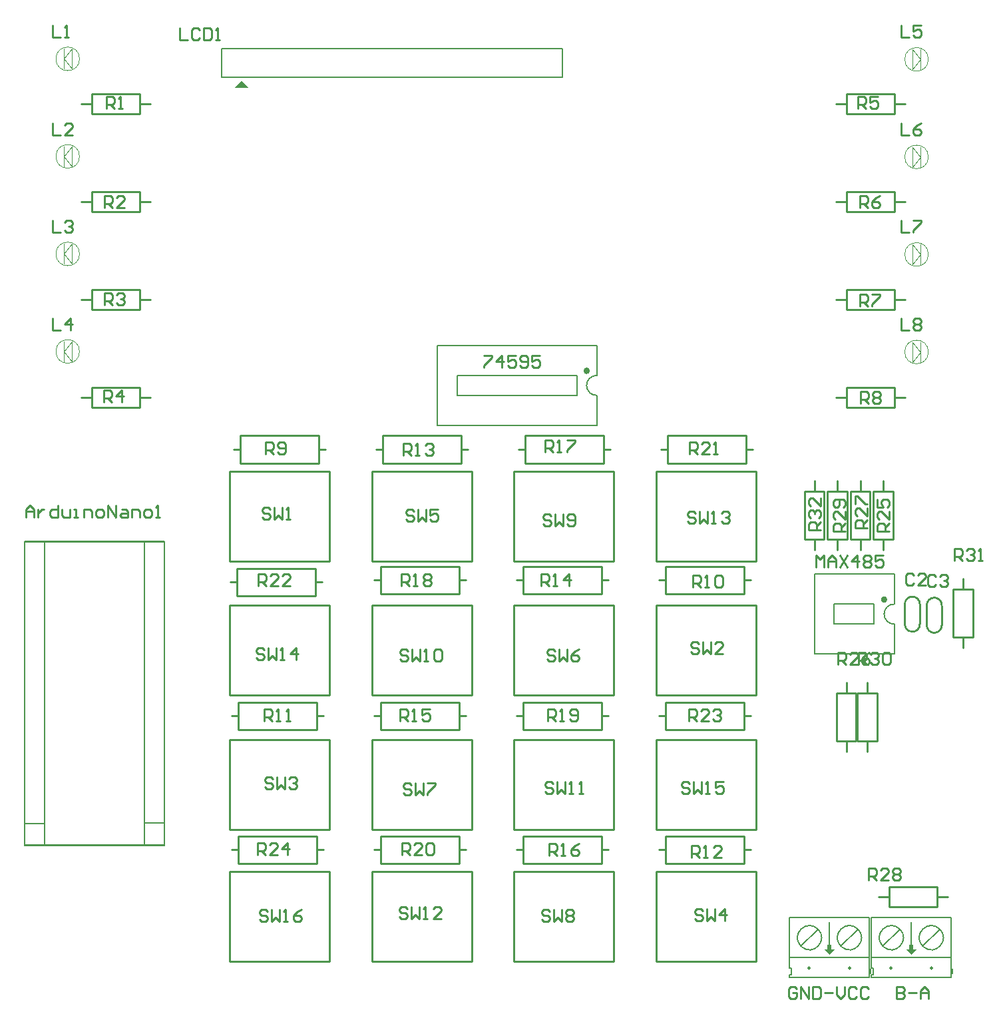
<source format=gto>
G04*
G04 #@! TF.GenerationSoftware,Altium Limited,Altium Designer,20.2.5 (213)*
G04*
G04 Layer_Color=65535*
%FSTAX24Y24*%
%MOIN*%
G70*
G04*
G04 #@! TF.SameCoordinates,E6115DE1-F2E3-4B59-8193-A89D5BA3A6A3*
G04*
G04*
G04 #@! TF.FilePolarity,Positive*
G04*
G01*
G75*
%ADD10C,0.0070*%
%ADD11C,0.0150*%
%ADD12C,0.0040*%
%ADD13C,0.0100*%
%ADD14C,0.0079*%
G36*
X02385Y0535D02*
X02315D01*
X0235Y05385D01*
X02385Y0535D01*
D02*
G37*
G36*
X05715Y01035D02*
X0573D01*
X05705Y0101D01*
X0568Y01035D01*
X05695D01*
Y0106D01*
X05715D01*
Y01035D01*
D02*
G37*
G36*
X05305D02*
X0532D01*
X05295Y0101D01*
X0527Y01035D01*
X05285D01*
Y0106D01*
X05305D01*
Y01035D01*
D02*
G37*
D10*
X055652Y010496D02*
G03*
X055598Y01055I000398J000454D01*
G01*
X058114Y00943D02*
G03*
X058114Y00943I-000064J0D01*
G01*
X056094Y00942D02*
G03*
X056094Y00942I-000064J0D01*
G01*
X05766Y010489D02*
G03*
X057598Y01055I00039J000461D01*
G01*
X051552Y010496D02*
G03*
X051498Y01055I000398J000454D01*
G01*
X054014Y00943D02*
G03*
X054014Y00943I-000064J0D01*
G01*
X051994Y00942D02*
G03*
X051994Y00942I-000064J0D01*
G01*
X05356Y010489D02*
G03*
X053498Y01055I00039J000461D01*
G01*
X041304Y0391D02*
G03*
X0413Y0381I-000017J-0005D01*
G01*
X056204Y02765D02*
G03*
X0562Y02665I-000017J-0005D01*
G01*
X05505Y00895D02*
Y0091D01*
X05515D01*
X05505Y00895D02*
X05905D01*
X05505Y01055D02*
Y01174D01*
Y01195D02*
X05905D01*
X055625Y010525D02*
X05647Y01137D01*
X05703Y01023D02*
Y01174D01*
X05911Y00915D02*
Y0094D01*
X05905Y00895D02*
Y01045D01*
X05515Y00913D02*
Y00944D01*
X05505D02*
X05515D01*
X05505D02*
Y01195D01*
X05905Y01045D02*
Y01195D01*
X05505Y00995D02*
X05905D01*
X05762Y01052D02*
X05847Y01137D01*
X05095Y00895D02*
Y0091D01*
X05105D01*
X05095Y00895D02*
X05495D01*
X05095Y01055D02*
Y01174D01*
Y01195D02*
X05495D01*
X051525Y010525D02*
X05237Y01137D01*
X05293Y01023D02*
Y01174D01*
X05501Y00915D02*
Y0094D01*
X05495Y00895D02*
Y01045D01*
X05105Y00913D02*
Y00944D01*
X05095D02*
X05105D01*
X05095D02*
Y01195D01*
X05495Y01045D02*
Y01195D01*
X05095Y00995D02*
X05495D01*
X05352Y01052D02*
X05437Y01137D01*
X04129Y0366D02*
X0413Y03661D01*
X0333Y0366D02*
X04129D01*
X0333D02*
Y0406D01*
X0413D01*
Y0366D02*
Y03809D01*
Y0391D02*
Y0406D01*
X0403Y0381D02*
Y0391D01*
X0343D02*
X0403D01*
X0343Y0381D02*
Y0391D01*
Y0381D02*
X0403D01*
X0225Y05404D02*
X03958D01*
Y05545D01*
X0225D02*
X03958D01*
X0225Y05404D02*
Y05545D01*
X05318Y02665D02*
X05519D01*
Y02765D01*
X05318D02*
X05519D01*
X05318Y02665D02*
Y02765D01*
X0522Y02515D02*
X0562D01*
X0522D02*
Y02915D01*
X0562D01*
Y02515D02*
Y02664D01*
Y02765D02*
Y02915D01*
D11*
X04087Y03933D02*
G03*
X04087Y03933I-00008J0D01*
G01*
X05577Y02788D02*
G03*
X05577Y02788I-00008J0D01*
G01*
D12*
X057903Y045158D02*
G03*
X057903Y045158I-000591J0D01*
G01*
Y050041D02*
G03*
X057903Y050041I-000591J0D01*
G01*
Y040275D02*
G03*
X057903Y040275I-000591J0D01*
G01*
X015391Y050067D02*
G03*
X015391Y050067I-000591J0D01*
G01*
Y045183D02*
G03*
X015391Y045183I-000591J0D01*
G01*
Y0403D02*
G03*
X015391Y0403I-000591J0D01*
G01*
Y05495D02*
G03*
X015391Y05495I-000591J0D01*
G01*
X057903Y054925D02*
G03*
X057903Y054925I-000591J0D01*
G01*
X057113Y044658D02*
Y045658D01*
Y044658D02*
X057513Y045158D01*
Y044658D02*
Y045158D01*
X057113Y045658D02*
X057513Y045158D01*
Y045658D01*
X057113Y049541D02*
Y050541D01*
Y049541D02*
X057513Y050041D01*
Y049541D02*
Y050041D01*
X057113Y050541D02*
X057513Y050041D01*
Y050541D01*
X057113Y039775D02*
Y040775D01*
Y039775D02*
X057513Y040275D01*
Y039775D02*
Y040275D01*
X057113Y040775D02*
X057513Y040275D01*
Y040775D01*
X015Y049567D02*
Y050567D01*
X0146Y050067D02*
X015Y050567D01*
X0146Y050067D02*
Y050567D01*
Y050067D02*
X015Y049567D01*
X0146D02*
Y050067D01*
X015Y044683D02*
Y045683D01*
X0146Y045183D02*
X015Y045683D01*
X0146Y045183D02*
Y045683D01*
Y045183D02*
X015Y044683D01*
X0146D02*
Y045183D01*
Y0398D02*
Y0403D01*
X015Y0398D01*
X0146Y0403D02*
Y0408D01*
Y0403D02*
X015Y0408D01*
Y0398D02*
Y0408D01*
X0146Y05445D02*
Y05495D01*
X015Y05445D01*
X0146Y05495D02*
Y05545D01*
Y05495D02*
X015Y05545D01*
Y05445D02*
Y05545D01*
X057513Y054925D02*
Y055425D01*
X057113D02*
X057513Y054925D01*
Y054425D02*
Y054925D01*
X057113Y054425D02*
X057513Y054925D01*
X057113Y054425D02*
Y055425D01*
D13*
X058576Y027596D02*
G03*
X057824Y02759I-000376J000004D01*
G01*
X057824Y026594D02*
G03*
X058576Y0266I000376J-000004D01*
G01*
X057476Y027646D02*
G03*
X056724Y02764I-000376J000004D01*
G01*
X056724Y026644D02*
G03*
X057476Y02665I000376J-000004D01*
G01*
X055158Y0309D02*
X056142D01*
X055158D02*
Y0333D01*
X056142D01*
Y0309D02*
Y0333D01*
X05565Y03331D02*
Y03383D01*
Y03036D02*
Y03088D01*
X054008Y0309D02*
X054992D01*
X054008D02*
Y0333D01*
X054992D01*
Y0309D02*
Y0333D01*
X0545Y03331D02*
Y03383D01*
Y03036D02*
Y03088D01*
X052858Y0309D02*
X053842D01*
X052858D02*
Y0333D01*
X053842D01*
Y0309D02*
Y0333D01*
X05335Y03331D02*
Y03383D01*
Y03036D02*
Y03088D01*
X051708Y0309D02*
X052692D01*
X051708D02*
Y0333D01*
X052692D01*
Y0309D02*
Y0333D01*
X0522Y03331D02*
Y03383D01*
Y03036D02*
Y03088D01*
X037159Y00975D02*
Y01425D01*
Y00975D02*
X042159D01*
Y01425D01*
X037159D02*
X042159D01*
X030029Y00975D02*
Y01425D01*
Y00975D02*
X035029D01*
Y01425D01*
X030029D02*
X035029D01*
X0229Y00975D02*
Y01425D01*
Y00975D02*
X0279D01*
Y01425D01*
X0229D02*
X0279D01*
X044731Y014661D02*
Y016039D01*
Y014661D02*
X048668D01*
Y016039D01*
X044731D02*
X048668D01*
X0487Y01535D02*
X049D01*
X0444D02*
X0447D01*
X037602Y014661D02*
Y016039D01*
Y014661D02*
X041539D01*
Y016039D01*
X037602D02*
X041539D01*
X04157Y01535D02*
X04187D01*
X03727D02*
X03757D01*
X030472Y014661D02*
Y016039D01*
Y014661D02*
X034409D01*
Y016039D01*
X030472D02*
X034409D01*
X034441Y01535D02*
X034741D01*
X030141D02*
X030441D01*
X023343Y014661D02*
Y016039D01*
Y014661D02*
X02728D01*
Y016039D01*
X023343D02*
X02728D01*
X027311Y01535D02*
X027611D01*
X023011D02*
X023311D01*
X044289Y01635D02*
Y02085D01*
Y01635D02*
X049289D01*
Y02085D01*
X044289D02*
X049289D01*
X037159Y01635D02*
Y02085D01*
Y01635D02*
X042159D01*
Y02085D01*
X037159D02*
X042159D01*
X030029Y01635D02*
Y02085D01*
Y01635D02*
X035029D01*
Y02085D01*
X030029D02*
X035029D01*
X044731Y021361D02*
Y022739D01*
Y021361D02*
X048668D01*
Y022739D01*
X044731D02*
X048668D01*
X0487Y02205D02*
X049D01*
X0444D02*
X0447D01*
X041539Y021361D02*
Y022739D01*
X037602D02*
X041539D01*
X037602Y021361D02*
Y022739D01*
Y021361D02*
X041539D01*
X03727Y02205D02*
X03757D01*
X04157D02*
X04187D01*
X034409Y021361D02*
Y022739D01*
X030472D02*
X034409D01*
X030472Y021361D02*
Y022739D01*
Y021361D02*
X034409D01*
X030141Y02205D02*
X030441D01*
X034441D02*
X034741D01*
X02728Y021361D02*
Y022739D01*
X023343D02*
X02728D01*
X023343Y021361D02*
Y022739D01*
Y021361D02*
X02728D01*
X023011Y02205D02*
X023311D01*
X027311D02*
X027611D01*
X0229Y023099D02*
Y027599D01*
Y023099D02*
X0279D01*
Y027599D01*
X0229D02*
X0279D01*
X030029Y023099D02*
Y027599D01*
Y023099D02*
X035029D01*
Y027599D01*
X030029D02*
X035029D01*
X037159Y023099D02*
Y027599D01*
Y023099D02*
X042159D01*
Y027599D01*
X037159D02*
X042159D01*
X044731Y028161D02*
Y029539D01*
Y028161D02*
X048668D01*
Y029539D01*
X044731D02*
X048668D01*
X0487Y02885D02*
X049D01*
X0444D02*
X0447D01*
X037602Y028161D02*
Y029539D01*
Y028161D02*
X041539D01*
Y029539D01*
X037602D02*
X041539D01*
X04157Y02885D02*
X04187D01*
X03727D02*
X03757D01*
X030472Y028161D02*
Y029539D01*
Y028161D02*
X034409D01*
Y029539D01*
X030472D02*
X034409D01*
X034441Y02885D02*
X034741D01*
X030141D02*
X030441D01*
X027218Y028061D02*
Y029439D01*
X023282D02*
X027218D01*
X023282Y028061D02*
Y029439D01*
Y028061D02*
X027218D01*
X02295Y02875D02*
X02325D01*
X02725D02*
X02755D01*
X037159Y029798D02*
Y034298D01*
Y029798D02*
X042159D01*
Y034298D01*
X037159D02*
X042159D01*
X044289D02*
X049289D01*
Y029798D02*
Y034298D01*
X044289Y029798D02*
X049289D01*
X044289D02*
Y034298D01*
X044831Y034711D02*
Y036089D01*
Y034711D02*
X048769D01*
Y036089D01*
X044831D02*
X048769D01*
X0488Y0354D02*
X0491D01*
X0445D02*
X0448D01*
X041639Y034711D02*
Y036089D01*
X037702D02*
X041639D01*
X037702Y034711D02*
Y036089D01*
Y034711D02*
X041639D01*
X03737Y0354D02*
X03767D01*
X04167D02*
X04197D01*
X034509Y034711D02*
Y036089D01*
X030572D02*
X034509D01*
X030572Y034711D02*
Y036089D01*
Y034711D02*
X034509D01*
X030241Y0354D02*
X030541D01*
X034541D02*
X034841D01*
X02738Y034711D02*
Y036089D01*
X023443D02*
X02738D01*
X023443Y034711D02*
Y036089D01*
Y034711D02*
X02738D01*
X023111Y0354D02*
X023411D01*
X027411D02*
X027711D01*
X053273Y0478D02*
X053793D01*
X056223D02*
X056743D01*
X053813Y047308D02*
X056213D01*
Y048292D01*
X053813D02*
X056213D01*
X053813Y047308D02*
Y048292D01*
X053273Y0429D02*
X053793D01*
X056223D02*
X056743D01*
X053813Y042408D02*
X056213D01*
Y043392D01*
X053813D02*
X056213D01*
X053813Y042408D02*
Y043392D01*
Y037508D02*
Y038492D01*
X056213D01*
Y037508D02*
Y038492D01*
X053813Y037508D02*
X056213D01*
X056223Y038D02*
X056743D01*
X053273D02*
X053793D01*
X0538Y02026D02*
Y02078D01*
Y02321D02*
Y02373D01*
X054292Y0208D02*
Y0232D01*
X053308D02*
X054292D01*
X053308Y0208D02*
Y0232D01*
Y0208D02*
X054292D01*
X055402Y013D02*
X055922D01*
X058352D02*
X058872D01*
X055942Y012508D02*
X058342D01*
Y013492D01*
X055942D02*
X058342D01*
X055942Y012508D02*
Y013492D01*
X05485Y02322D02*
Y02374D01*
Y02027D02*
Y02079D01*
X054358Y0208D02*
Y0232D01*
Y0208D02*
X055342D01*
Y0232D01*
X054358D02*
X055342D01*
X05965Y02546D02*
Y02598D01*
Y02841D02*
Y02893D01*
X060142Y026D02*
Y0284D01*
X059158D02*
X060142D01*
X059158Y026D02*
Y0284D01*
Y026D02*
X060142D01*
X05858Y02661D02*
Y02757D01*
X05782Y0266D02*
Y0276D01*
X05748Y02666D02*
Y02762D01*
X05672Y02665D02*
Y02765D01*
X01842Y038D02*
X01894D01*
X01547D02*
X01599D01*
X016Y038492D02*
X0184D01*
X016Y037508D02*
Y038492D01*
Y037508D02*
X0184D01*
Y038492D01*
X030029Y029798D02*
Y034298D01*
Y029798D02*
X035029D01*
Y034298D01*
X030029D02*
X035029D01*
X044289Y00975D02*
Y01425D01*
Y00975D02*
X049289D01*
Y01425D01*
X044289D02*
X049289D01*
X0229Y01635D02*
Y02085D01*
Y01635D02*
X0279D01*
Y02085D01*
X0229D02*
X0279D01*
X044289Y023099D02*
Y027599D01*
Y023099D02*
X049289D01*
Y027599D01*
X044289D02*
X049289D01*
X0229Y034298D02*
X0279D01*
Y029798D02*
Y034298D01*
X0229Y029798D02*
X0279D01*
X0229D02*
Y034298D01*
X053813Y052208D02*
Y053192D01*
X056213D01*
Y052208D02*
Y053192D01*
X053813Y052208D02*
X056213D01*
X056223Y0527D02*
X056743D01*
X053273D02*
X053793D01*
X0184Y042408D02*
Y043392D01*
X016Y042408D02*
X0184D01*
X016D02*
Y043392D01*
X0184D01*
X01547Y0429D02*
X01599D01*
X01842D02*
X01894D01*
X0184Y047308D02*
Y048292D01*
X016Y047308D02*
X0184D01*
X016D02*
Y048292D01*
X0184D01*
X01547Y0478D02*
X01599D01*
X01842D02*
X01894D01*
X0184Y052208D02*
Y053192D01*
X016Y052208D02*
X0184D01*
X016D02*
Y053192D01*
X0184D01*
X01547Y0527D02*
X01599D01*
X01842D02*
X01894D01*
X04625Y0322D02*
X04615Y0323D01*
X04595D01*
X04585Y0322D01*
Y0321D01*
X04595Y032D01*
X04615D01*
X04625Y0319D01*
Y0318D01*
X04615Y0317D01*
X04595D01*
X04585Y0318D01*
X04645Y0323D02*
Y0317D01*
X04665Y0319D01*
X04685Y0317D01*
Y0323D01*
X04705Y0317D02*
X04725D01*
X04715D01*
Y0323D01*
X04705Y0322D01*
X04755D02*
X04765Y0323D01*
X04785D01*
X04795Y0322D01*
Y0321D01*
X04785Y032D01*
X04775D01*
X04785D01*
X04795Y0319D01*
Y0318D01*
X04785Y0317D01*
X04765D01*
X04755Y0318D01*
X03565Y0401D02*
X03605D01*
Y04D01*
X03565Y0396D01*
Y0395D01*
X03655D02*
Y0401D01*
X03625Y0398D01*
X03665D01*
X03725Y0401D02*
X03685D01*
Y0398D01*
X03705Y0399D01*
X03715D01*
X03725Y0398D01*
Y0396D01*
X03715Y0395D01*
X03695D01*
X03685Y0396D01*
X03745D02*
X03755Y0395D01*
X03775D01*
X03785Y0396D01*
Y04D01*
X03775Y0401D01*
X03755D01*
X03745Y04D01*
Y0399D01*
X03755Y0398D01*
X03785D01*
X03845Y0401D02*
X03805D01*
Y0398D01*
X03825Y0399D01*
X03835D01*
X03845Y0398D01*
Y0396D01*
X03835Y0395D01*
X03815D01*
X03805Y0396D01*
X0525Y03135D02*
X0519D01*
Y03165D01*
X052Y03175D01*
X0522D01*
X0523Y03165D01*
Y03135D01*
Y03155D02*
X0525Y03175D01*
X052Y03195D02*
X0519Y03205D01*
Y03225D01*
X052Y03235D01*
X0521D01*
X0522Y03225D01*
Y03215D01*
Y03225D01*
X0523Y03235D01*
X0524D01*
X0525Y03225D01*
Y03205D01*
X0524Y03195D01*
X0525Y03295D02*
Y03255D01*
X0521Y03295D01*
X052D01*
X0519Y03285D01*
Y03265D01*
X052Y03255D01*
X05921Y02982D02*
Y03042D01*
X05951D01*
X05961Y03032D01*
Y03012D01*
X05951Y03002D01*
X05921D01*
X05941D02*
X05961Y02982D01*
X05981Y03032D02*
X05991Y03042D01*
X06011D01*
X06021Y03032D01*
Y03022D01*
X06011Y03012D01*
X06001D01*
X06011D01*
X06021Y03002D01*
Y02992D01*
X06011Y02982D01*
X05991D01*
X05981Y02992D01*
X06041Y02982D02*
X06061D01*
X06051D01*
Y03042D01*
X06041Y03032D01*
X054405Y024625D02*
Y025225D01*
X054705D01*
X054805Y025125D01*
Y024925D01*
X054705Y024825D01*
X054405D01*
X054605D02*
X054805Y024625D01*
X055005Y025125D02*
X055105Y025225D01*
X055305D01*
X055405Y025125D01*
Y025025D01*
X055305Y024925D01*
X055205D01*
X055305D01*
X055405Y024825D01*
Y024725D01*
X055305Y024625D01*
X055105D01*
X055005Y024725D01*
X055605Y025125D02*
X055705Y025225D01*
X055905D01*
X056004Y025125D01*
Y024725D01*
X055905Y024625D01*
X055705D01*
X055605Y024725D01*
Y025125D01*
X05375Y0313D02*
X05315D01*
Y0316D01*
X05325Y0317D01*
X05345D01*
X05355Y0316D01*
Y0313D01*
Y0315D02*
X05375Y0317D01*
Y0323D02*
Y0319D01*
X05335Y0323D01*
X05325D01*
X05315Y0322D01*
Y032D01*
X05325Y0319D01*
X05365Y0325D02*
X05375Y0326D01*
Y0328D01*
X05365Y0329D01*
X05325D01*
X05315Y0328D01*
Y0326D01*
X05325Y0325D01*
X05335D01*
X05345Y0326D01*
Y0329D01*
X054922Y01384D02*
Y01444D01*
X055222D01*
X055322Y01434D01*
Y01414D01*
X055222Y01404D01*
X054922D01*
X055122D02*
X055322Y01384D01*
X055922D02*
X055522D01*
X055922Y01424D01*
Y01434D01*
X055822Y01444D01*
X055622D01*
X055522Y01434D01*
X056122D02*
X056222Y01444D01*
X056422D01*
X056522Y01434D01*
Y01424D01*
X056422Y01414D01*
X056522Y01404D01*
Y01394D01*
X056422Y01384D01*
X056222D01*
X056122Y01394D01*
Y01404D01*
X056222Y01414D01*
X056122Y01424D01*
Y01434D01*
X056222Y01414D02*
X056422D01*
X05485Y03145D02*
X05425D01*
Y03175D01*
X05435Y03185D01*
X05455D01*
X05465Y03175D01*
Y03145D01*
Y03165D02*
X05485Y03185D01*
Y03245D02*
Y03205D01*
X05445Y03245D01*
X05435D01*
X05425Y03235D01*
Y03215D01*
X05435Y03205D01*
X05425Y03265D02*
Y03305D01*
X05435D01*
X05475Y03265D01*
X05485D01*
X05336Y02462D02*
Y02522D01*
X05366D01*
X05376Y02512D01*
Y02492D01*
X05366Y02482D01*
X05336D01*
X05356D02*
X05376Y02462D01*
X05436D02*
X05396D01*
X05436Y02502D01*
Y02512D01*
X05426Y02522D01*
X05406D01*
X05396Y02512D01*
X054959Y02522D02*
X05476Y02512D01*
X05456Y02492D01*
Y02472D01*
X05466Y02462D01*
X05486D01*
X054959Y02472D01*
Y02482D01*
X05486Y02492D01*
X05456D01*
X05595Y0313D02*
X05535D01*
Y0316D01*
X05545Y0317D01*
X05565D01*
X05575Y0316D01*
Y0313D01*
Y0315D02*
X05595Y0317D01*
Y0323D02*
Y0319D01*
X05555Y0323D01*
X05545D01*
X05535Y0322D01*
Y032D01*
X05545Y0319D01*
X05535Y0329D02*
Y0325D01*
X05565D01*
X05555Y0327D01*
Y0328D01*
X05565Y0329D01*
X05585D01*
X05595Y0328D01*
Y0326D01*
X05585Y0325D01*
X051301Y0084D02*
X051201Y0085D01*
X051001D01*
X050901Y0084D01*
Y008D01*
X051001Y0079D01*
X051201D01*
X051301Y008D01*
Y0082D01*
X051101D01*
X0515Y0079D02*
Y0085D01*
X0519Y0079D01*
Y0085D01*
X0521D02*
Y0079D01*
X0524D01*
X0525Y008D01*
Y0084D01*
X0524Y0085D01*
X0521D01*
X0527Y0082D02*
X0531D01*
X0533Y0085D02*
Y0081D01*
X0535Y0079D01*
X0537Y0081D01*
Y0085D01*
X0543Y0084D02*
X0542Y0085D01*
X054D01*
X0539Y0084D01*
Y008D01*
X054Y0079D01*
X0542D01*
X0543Y008D01*
X054899Y0084D02*
X054799Y0085D01*
X054599D01*
X054499Y0084D01*
Y008D01*
X054599Y0079D01*
X054799D01*
X054899Y008D01*
X0563Y0085D02*
Y0079D01*
X0566D01*
X0567Y008D01*
Y0081D01*
X0566Y0082D01*
X0563D01*
X0566D01*
X0567Y0083D01*
Y0084D01*
X0566Y0085D01*
X0563D01*
X0569Y0082D02*
X0573D01*
X0575Y0079D02*
Y0083D01*
X0577Y0085D01*
X0579Y0083D01*
Y0079D01*
Y0082D01*
X0575D01*
X05226Y02948D02*
Y03008D01*
X05246Y02988D01*
X05266Y03008D01*
Y02948D01*
X05286D02*
Y02988D01*
X05306Y03008D01*
X05326Y02988D01*
Y02948D01*
Y02978D01*
X05286D01*
X05346Y03008D02*
X053859Y02948D01*
Y03008D02*
X05346Y02948D01*
X054359D02*
Y03008D01*
X054059Y02978D01*
X054459D01*
X054659Y02998D02*
X054759Y03008D01*
X054959D01*
X055059Y02998D01*
Y02988D01*
X054959Y02978D01*
X055059Y02968D01*
Y02958D01*
X054959Y02948D01*
X054759D01*
X054659Y02958D01*
Y02968D01*
X054759Y02978D01*
X054659Y02988D01*
Y02998D01*
X054759Y02978D02*
X054959D01*
X055659Y03008D02*
X055259D01*
Y02978D01*
X055459Y02988D01*
X055559D01*
X055659Y02978D01*
Y02958D01*
X055559Y02948D01*
X055359D01*
X055259Y02958D01*
X058265Y029045D02*
X058165Y029145D01*
X057965D01*
X057865Y029045D01*
Y028645D01*
X057965Y028545D01*
X058165D01*
X058265Y028645D01*
X058465Y029045D02*
X058565Y029145D01*
X058765D01*
X058865Y029045D01*
Y028945D01*
X058765Y028845D01*
X058665D01*
X058765D01*
X058865Y028745D01*
Y028645D01*
X058765Y028545D01*
X058565D01*
X058465Y028645D01*
X057165Y029095D02*
X057065Y029195D01*
X056865D01*
X056765Y029095D01*
Y028695D01*
X056865Y028595D01*
X057065D01*
X057165Y028695D01*
X057765Y028595D02*
X057365D01*
X057765Y028995D01*
Y029095D01*
X057665Y029195D01*
X057465D01*
X057365Y029095D01*
X012715Y031995D02*
Y032395D01*
X012915Y032595D01*
X013115Y032395D01*
Y031995D01*
Y032295D01*
X012715D01*
X013315Y032395D02*
Y031995D01*
Y032195D01*
X013415Y032295D01*
X013515Y032395D01*
X013615D01*
X014314Y032595D02*
Y031995D01*
X014015D01*
X013915Y032095D01*
Y032295D01*
X014015Y032395D01*
X014314D01*
X014514D02*
Y032095D01*
X014614Y031995D01*
X014914D01*
Y032395D01*
X015114Y031995D02*
X015314D01*
X015214D01*
Y032395D01*
X015114D01*
X015614Y031995D02*
Y032395D01*
X015914D01*
X016014Y032295D01*
Y031995D01*
X016314D02*
X016514D01*
X016614Y032095D01*
Y032295D01*
X016514Y032395D01*
X016314D01*
X016214Y032295D01*
Y032095D01*
X016314Y031995D01*
X016814D02*
Y032595D01*
X017214Y031995D01*
Y032595D01*
X017513Y032395D02*
X017713D01*
X017813Y032295D01*
Y031995D01*
X017513D01*
X017413Y032095D01*
X017513Y032195D01*
X017813D01*
X018013Y031995D02*
Y032395D01*
X018313D01*
X018413Y032295D01*
Y031995D01*
X018713D02*
X018913D01*
X019013Y032095D01*
Y032295D01*
X018913Y032395D01*
X018713D01*
X018613Y032295D01*
Y032095D01*
X018713Y031995D01*
X019213D02*
X019413D01*
X019313D01*
Y032595D01*
X019213Y032495D01*
X0248Y01225D02*
X0247Y01235D01*
X0245D01*
X0244Y01225D01*
Y01215D01*
X0245Y01205D01*
X0247D01*
X0248Y01195D01*
Y01185D01*
X0247Y01175D01*
X0245D01*
X0244Y01185D01*
X025Y01235D02*
Y01175D01*
X0252Y01195D01*
X0254Y01175D01*
Y01235D01*
X0256Y01175D02*
X0258D01*
X0257D01*
Y01235D01*
X0256Y01225D01*
X0265Y01235D02*
X0263Y01225D01*
X0261Y01205D01*
Y01185D01*
X0262Y01175D01*
X0264D01*
X0265Y01185D01*
Y01195D01*
X0264Y01205D01*
X0261D01*
X04595Y01865D02*
X04585Y01875D01*
X04565D01*
X04555Y01865D01*
Y01855D01*
X04565Y01845D01*
X04585D01*
X04595Y01835D01*
Y01825D01*
X04585Y01815D01*
X04565D01*
X04555Y01825D01*
X04615Y01875D02*
Y01815D01*
X04635Y01835D01*
X04655Y01815D01*
Y01875D01*
X04675Y01815D02*
X04695D01*
X04685D01*
Y01875D01*
X04675Y01865D01*
X04765Y01875D02*
X04725D01*
Y01845D01*
X04745Y01855D01*
X04755D01*
X04765Y01845D01*
Y01825D01*
X04755Y01815D01*
X04735D01*
X04725Y01825D01*
X02465Y02535D02*
X02455Y02545D01*
X02435D01*
X02425Y02535D01*
Y02525D01*
X02435Y02515D01*
X02455D01*
X02465Y02505D01*
Y02495D01*
X02455Y02485D01*
X02435D01*
X02425Y02495D01*
X02485Y02545D02*
Y02485D01*
X02505Y02505D01*
X02525Y02485D01*
Y02545D01*
X02545Y02485D02*
X02565D01*
X02555D01*
Y02545D01*
X02545Y02535D01*
X02625Y02485D02*
Y02545D01*
X02595Y02515D01*
X02635D01*
X0318Y0124D02*
X0317Y0125D01*
X0315D01*
X0314Y0124D01*
Y0123D01*
X0315Y0122D01*
X0317D01*
X0318Y0121D01*
Y012D01*
X0317Y0119D01*
X0315D01*
X0314Y012D01*
X032Y0125D02*
Y0119D01*
X0322Y0121D01*
X0324Y0119D01*
Y0125D01*
X0326Y0119D02*
X0328D01*
X0327D01*
Y0125D01*
X0326Y0124D01*
X0335Y0119D02*
X0331D01*
X0335Y0123D01*
Y0124D01*
X0334Y0125D01*
X0332D01*
X0331Y0124D01*
X0391Y01865D02*
X039Y01875D01*
X0388D01*
X0387Y01865D01*
Y01855D01*
X0388Y01845D01*
X039D01*
X0391Y01835D01*
Y01825D01*
X039Y01815D01*
X0388D01*
X0387Y01825D01*
X0393Y01875D02*
Y01815D01*
X0395Y01835D01*
X0397Y01815D01*
Y01875D01*
X0399Y01815D02*
X0401D01*
X04D01*
Y01875D01*
X0399Y01865D01*
X0404Y01815D02*
X0406D01*
X0405D01*
Y01875D01*
X0404Y01865D01*
X03185Y0253D02*
X03175Y0254D01*
X03155D01*
X03145Y0253D01*
Y0252D01*
X03155Y0251D01*
X03175D01*
X03185Y025D01*
Y0249D01*
X03175Y0248D01*
X03155D01*
X03145Y0249D01*
X03205Y0254D02*
Y0248D01*
X03225Y025D01*
X03245Y0248D01*
Y0254D01*
X03265Y0248D02*
X03285D01*
X03275D01*
Y0254D01*
X03265Y0253D01*
X03315D02*
X03325Y0254D01*
X03345D01*
X03355Y0253D01*
Y0249D01*
X03345Y0248D01*
X03325D01*
X03315Y0249D01*
Y0253D01*
X039Y03205D02*
X0389Y03215D01*
X0387D01*
X0386Y03205D01*
Y03195D01*
X0387Y03185D01*
X0389D01*
X039Y03175D01*
Y03165D01*
X0389Y03155D01*
X0387D01*
X0386Y03165D01*
X0392Y03215D02*
Y03155D01*
X0394Y03175D01*
X0396Y03155D01*
Y03215D01*
X0398Y03165D02*
X0399Y03155D01*
X0401D01*
X0402Y03165D01*
Y03205D01*
X0401Y03215D01*
X0399D01*
X0398Y03205D01*
Y03195D01*
X0399Y03185D01*
X0402D01*
X03895Y01225D02*
X03885Y01235D01*
X03865D01*
X03855Y01225D01*
Y01215D01*
X03865Y01205D01*
X03885D01*
X03895Y01195D01*
Y01185D01*
X03885Y01175D01*
X03865D01*
X03855Y01185D01*
X03915Y01235D02*
Y01175D01*
X03935Y01195D01*
X03955Y01175D01*
Y01235D01*
X03975Y01225D02*
X03985Y01235D01*
X04005D01*
X04015Y01225D01*
Y01215D01*
X04005Y01205D01*
X04015Y01195D01*
Y01185D01*
X04005Y01175D01*
X03985D01*
X03975Y01185D01*
Y01195D01*
X03985Y01205D01*
X03975Y01215D01*
Y01225D01*
X03985Y01205D02*
X04005D01*
X032Y0186D02*
X0319Y0187D01*
X0317D01*
X0316Y0186D01*
Y0185D01*
X0317Y0184D01*
X0319D01*
X032Y0183D01*
Y0182D01*
X0319Y0181D01*
X0317D01*
X0316Y0182D01*
X0322Y0187D02*
Y0181D01*
X0324Y0183D01*
X0326Y0181D01*
Y0187D01*
X0328D02*
X0332D01*
Y0186D01*
X0328Y0182D01*
Y0181D01*
X0392Y0253D02*
X0391Y0254D01*
X0389D01*
X0388Y0253D01*
Y0252D01*
X0389Y0251D01*
X0391D01*
X0392Y025D01*
Y0249D01*
X0391Y0248D01*
X0389D01*
X0388Y0249D01*
X0394Y0254D02*
Y0248D01*
X0396Y025D01*
X0398Y0248D01*
Y0254D01*
X0404D02*
X0402Y0253D01*
X04Y0251D01*
Y0249D01*
X0401Y0248D01*
X0403D01*
X0404Y0249D01*
Y025D01*
X0403Y0251D01*
X04D01*
X0243Y0151D02*
Y0157D01*
X0246D01*
X0247Y0156D01*
Y0154D01*
X0246Y0153D01*
X0243D01*
X0245D02*
X0247Y0151D01*
X0253D02*
X0249D01*
X0253Y0155D01*
Y0156D01*
X0252Y0157D01*
X025D01*
X0249Y0156D01*
X0258Y0151D02*
Y0157D01*
X0255Y0154D01*
X0259D01*
X0459Y0218D02*
Y0224D01*
X0462D01*
X0463Y0223D01*
Y0221D01*
X0462Y022D01*
X0459D01*
X0461D02*
X0463Y0218D01*
X0469D02*
X0465D01*
X0469Y0222D01*
Y0223D01*
X0468Y0224D01*
X0466D01*
X0465Y0223D01*
X0471D02*
X0472Y0224D01*
X0474D01*
X0475Y0223D01*
Y0222D01*
X0474Y0221D01*
X0473D01*
X0474D01*
X0475Y022D01*
Y0219D01*
X0474Y0218D01*
X0472D01*
X0471Y0219D01*
X02435Y02855D02*
Y02915D01*
X02465D01*
X02475Y02905D01*
Y02885D01*
X02465Y02875D01*
X02435D01*
X02455D02*
X02475Y02855D01*
X02535D02*
X02495D01*
X02535Y02895D01*
Y02905D01*
X02525Y02915D01*
X02505D01*
X02495Y02905D01*
X02595Y02855D02*
X02555D01*
X02595Y02895D01*
Y02905D01*
X02585Y02915D01*
X02565D01*
X02555Y02905D01*
X04595Y03515D02*
Y03575D01*
X04625D01*
X04635Y03565D01*
Y03545D01*
X04625Y03535D01*
X04595D01*
X04615D02*
X04635Y03515D01*
X04695D02*
X04655D01*
X04695Y03555D01*
Y03565D01*
X04685Y03575D01*
X04665D01*
X04655Y03565D01*
X04715Y03515D02*
X04735D01*
X04725D01*
Y03575D01*
X04715Y03565D01*
X03155Y0151D02*
Y0157D01*
X03185D01*
X03195Y0156D01*
Y0154D01*
X03185Y0153D01*
X03155D01*
X03175D02*
X03195Y0151D01*
X03255D02*
X03215D01*
X03255Y0155D01*
Y0156D01*
X03245Y0157D01*
X03225D01*
X03215Y0156D01*
X03275D02*
X03285Y0157D01*
X03305D01*
X03315Y0156D01*
Y0152D01*
X03305Y0151D01*
X03285D01*
X03275Y0152D01*
Y0156D01*
X03885Y0218D02*
Y0224D01*
X03915D01*
X03925Y0223D01*
Y0221D01*
X03915Y022D01*
X03885D01*
X03905D02*
X03925Y0218D01*
X03945D02*
X03965D01*
X03955D01*
Y0224D01*
X03945Y0223D01*
X03995Y0219D02*
X04005Y0218D01*
X04025D01*
X04035Y0219D01*
Y0223D01*
X04025Y0224D01*
X04005D01*
X03995Y0223D01*
Y0222D01*
X04005Y0221D01*
X04035D01*
X0315Y02855D02*
Y02915D01*
X0318D01*
X0319Y02905D01*
Y02885D01*
X0318Y02875D01*
X0315D01*
X0317D02*
X0319Y02855D01*
X0321D02*
X0323D01*
X0322D01*
Y02915D01*
X0321Y02905D01*
X0326D02*
X0327Y02915D01*
X0329D01*
X033Y02905D01*
Y02895D01*
X0329Y02885D01*
X033Y02875D01*
Y02865D01*
X0329Y02855D01*
X0327D01*
X0326Y02865D01*
Y02875D01*
X0327Y02885D01*
X0326Y02895D01*
Y02905D01*
X0327Y02885D02*
X0329D01*
X0387Y03525D02*
Y03585D01*
X039D01*
X0391Y03575D01*
Y03555D01*
X039Y03545D01*
X0387D01*
X0389D02*
X0391Y03525D01*
X0393D02*
X0395D01*
X0394D01*
Y03585D01*
X0393Y03575D01*
X0398Y03585D02*
X0402D01*
Y03575D01*
X0398Y03535D01*
Y03525D01*
X0389Y01505D02*
Y01565D01*
X0392D01*
X0393Y01555D01*
Y01535D01*
X0392Y01525D01*
X0389D01*
X0391D02*
X0393Y01505D01*
X0395D02*
X0397D01*
X0396D01*
Y01565D01*
X0395Y01555D01*
X0404Y01565D02*
X0402Y01555D01*
X04Y01535D01*
Y01515D01*
X0401Y01505D01*
X0403D01*
X0404Y01515D01*
Y01525D01*
X0403Y01535D01*
X04D01*
X03145Y0218D02*
Y0224D01*
X03175D01*
X03185Y0223D01*
Y0221D01*
X03175Y022D01*
X03145D01*
X03165D02*
X03185Y0218D01*
X03205D02*
X03225D01*
X03215D01*
Y0224D01*
X03205Y0223D01*
X03295Y0224D02*
X03255D01*
Y0221D01*
X03275Y0222D01*
X03285D01*
X03295Y0221D01*
Y0219D01*
X03285Y0218D01*
X03265D01*
X03255Y0219D01*
X0385Y02855D02*
Y02915D01*
X0388D01*
X0389Y02905D01*
Y02885D01*
X0388Y02875D01*
X0385D01*
X0387D02*
X0389Y02855D01*
X0391D02*
X0393D01*
X0392D01*
Y02915D01*
X0391Y02905D01*
X0399Y02855D02*
Y02915D01*
X0396Y02885D01*
X04D01*
X0316Y0351D02*
Y0357D01*
X0319D01*
X032Y0356D01*
Y0354D01*
X0319Y0353D01*
X0316D01*
X0318D02*
X032Y0351D01*
X0322D02*
X0324D01*
X0323D01*
Y0357D01*
X0322Y0356D01*
X0327D02*
X0328Y0357D01*
X033D01*
X0331Y0356D01*
Y0355D01*
X033Y0354D01*
X0329D01*
X033D01*
X0331Y0353D01*
Y0352D01*
X033Y0351D01*
X0328D01*
X0327Y0352D01*
X04605Y01495D02*
Y01555D01*
X04635D01*
X04645Y01545D01*
Y01525D01*
X04635Y01515D01*
X04605D01*
X04625D02*
X04645Y01495D01*
X04665D02*
X04685D01*
X04675D01*
Y01555D01*
X04665Y01545D01*
X04755Y01495D02*
X04715D01*
X04755Y01535D01*
Y01545D01*
X04745Y01555D01*
X04725D01*
X04715Y01545D01*
X02465Y0218D02*
Y0224D01*
X02495D01*
X02505Y0223D01*
Y0221D01*
X02495Y022D01*
X02465D01*
X02485D02*
X02505Y0218D01*
X02525D02*
X02545D01*
X02535D01*
Y0224D01*
X02525Y0223D01*
X02575Y0218D02*
X02595D01*
X02585D01*
Y0224D01*
X02575Y0223D01*
X0461Y0285D02*
Y0291D01*
X0464D01*
X0465Y029D01*
Y0288D01*
X0464Y0287D01*
X0461D01*
X0463D02*
X0465Y0285D01*
X0467D02*
X0469D01*
X0468D01*
Y0291D01*
X0467Y029D01*
X0472D02*
X0473Y0291D01*
X0475D01*
X0476Y029D01*
Y0286D01*
X0475Y0285D01*
X0473D01*
X0472Y0286D01*
Y029D01*
X0247Y03515D02*
Y03575D01*
X025D01*
X0251Y03565D01*
Y03545D01*
X025Y03535D01*
X0247D01*
X0249D02*
X0251Y03515D01*
X0253Y03525D02*
X0254Y03515D01*
X0256D01*
X0257Y03525D01*
Y03565D01*
X0256Y03575D01*
X0254D01*
X0253Y03565D01*
Y03555D01*
X0254Y03545D01*
X0257D01*
X03213Y032298D02*
X03203Y032398D01*
X03183D01*
X03173Y032298D01*
Y032198D01*
X03183Y032098D01*
X03203D01*
X03213Y031998D01*
Y031898D01*
X03203Y031799D01*
X03183D01*
X03173Y031898D01*
X032329Y032398D02*
Y031799D01*
X032529Y031998D01*
X032729Y031799D01*
Y032398D01*
X033329D02*
X032929D01*
Y032098D01*
X033129Y032198D01*
X033229D01*
X033329Y032098D01*
Y031898D01*
X033229Y031799D01*
X033029D01*
X032929Y031898D01*
X046394Y025649D02*
X046294Y025749D01*
X046094D01*
X045994Y025649D01*
Y025549D01*
X046094Y025449D01*
X046294D01*
X046394Y025349D01*
Y025249D01*
X046294Y025149D01*
X046094D01*
X045994Y025249D01*
X046594Y025749D02*
Y025149D01*
X046794Y025349D01*
X046994Y025149D01*
Y025749D01*
X047593Y025149D02*
X047194D01*
X047593Y025549D01*
Y025649D01*
X047494Y025749D01*
X047294D01*
X047194Y025649D01*
X046624Y0123D02*
X046524Y0124D01*
X046324D01*
X046224Y0123D01*
Y0122D01*
X046324Y0121D01*
X046524D01*
X046624Y012D01*
Y0119D01*
X046524Y0118D01*
X046324D01*
X046224Y0119D01*
X046824Y0124D02*
Y0118D01*
X047024Y012D01*
X047224Y0118D01*
Y0124D01*
X047724Y0118D02*
Y0124D01*
X047424Y0121D01*
X047823D01*
X02507Y0189D02*
X02497Y019D01*
X02477D01*
X02467Y0189D01*
Y0188D01*
X02477Y0187D01*
X02497D01*
X02507Y0186D01*
Y0185D01*
X02497Y0184D01*
X02477D01*
X02467Y0185D01*
X02527Y019D02*
Y0184D01*
X02547Y0186D01*
X02567Y0184D01*
Y019D01*
X02587Y0189D02*
X02597Y019D01*
X02617D01*
X02627Y0189D01*
Y0188D01*
X02617Y0187D01*
X02607D01*
X02617D01*
X02627Y0186D01*
Y0185D01*
X02617Y0184D01*
X02597D01*
X02587Y0185D01*
X02494Y032398D02*
X02484Y032498D01*
X02464D01*
X02454Y032398D01*
Y032298D01*
X02464Y032198D01*
X02484D01*
X02494Y032098D01*
Y031998D01*
X02484Y031899D01*
X02464D01*
X02454Y031998D01*
X02514Y032498D02*
Y031899D01*
X02534Y032098D01*
X02554Y031899D01*
Y032498D01*
X02574Y031899D02*
X02594D01*
X02584D01*
Y032498D01*
X02574Y032398D01*
X054463Y042567D02*
Y043167D01*
X054763D01*
X054863Y043067D01*
Y042867D01*
X054763Y042767D01*
X054463D01*
X054663D02*
X054863Y042567D01*
X055063Y043167D02*
X055462D01*
Y043067D01*
X055063Y042667D01*
Y042567D01*
X054513Y0377D02*
Y0383D01*
X054813D01*
X054913Y0382D01*
Y038D01*
X054813Y0379D01*
X054513D01*
X054713D02*
X054913Y0377D01*
X055113Y0382D02*
X055213Y0383D01*
X055412D01*
X055512Y0382D01*
Y0381D01*
X055412Y038D01*
X055512Y0379D01*
Y0378D01*
X055412Y0377D01*
X055213D01*
X055113Y0378D01*
Y0379D01*
X055213Y038D01*
X055113Y0381D01*
Y0382D01*
X055213Y038D02*
X055412D01*
X054363Y05245D02*
Y05305D01*
X054663D01*
X054763Y05295D01*
Y05275D01*
X054663Y05265D01*
X054363D01*
X054563D02*
X054763Y05245D01*
X055362Y05305D02*
X054963D01*
Y05275D01*
X055163Y05285D01*
X055262D01*
X055362Y05275D01*
Y05255D01*
X055262Y05245D01*
X055063D01*
X054963Y05255D01*
X054463Y047483D02*
Y048083D01*
X054763D01*
X054863Y047983D01*
Y047783D01*
X054763Y047683D01*
X054463D01*
X054663D02*
X054863Y047483D01*
X055462Y048083D02*
X055262Y047983D01*
X055063Y047783D01*
Y047583D01*
X055163Y047483D01*
X055362D01*
X055462Y047583D01*
Y047683D01*
X055362Y047783D01*
X055063D01*
X01665Y042617D02*
Y043217D01*
X01695D01*
X01705Y043117D01*
Y042917D01*
X01695Y042817D01*
X01665D01*
X01685D02*
X01705Y042617D01*
X01725Y043117D02*
X01735Y043217D01*
X01755D01*
X01765Y043117D01*
Y043017D01*
X01755Y042917D01*
X01745D01*
X01755D01*
X01765Y042817D01*
Y042717D01*
X01755Y042617D01*
X01735D01*
X01725Y042717D01*
X01665Y047483D02*
Y048083D01*
X01695D01*
X01705Y047983D01*
Y047783D01*
X01695Y047683D01*
X01665D01*
X01685D02*
X01705Y047483D01*
X01765D02*
X01725D01*
X01765Y047883D01*
Y047983D01*
X01755Y048083D01*
X01735D01*
X01725Y047983D01*
X0166Y03775D02*
Y03835D01*
X0169D01*
X017Y03825D01*
Y03805D01*
X0169Y03795D01*
X0166D01*
X0168D02*
X017Y03775D01*
X0175D02*
Y03835D01*
X0172Y03805D01*
X0176D01*
X01675Y05245D02*
Y05305D01*
X01705D01*
X01715Y05295D01*
Y05275D01*
X01705Y05265D01*
X01675D01*
X01695D02*
X01715Y05245D01*
X01735D02*
X01755D01*
X01745D01*
Y05305D01*
X01735Y05295D01*
X0204Y05649D02*
Y05589D01*
X0208D01*
X0214Y05639D02*
X0213Y05649D01*
X0211D01*
X021Y05639D01*
Y05599D01*
X0211Y05589D01*
X0213D01*
X0214Y05599D01*
X0216Y05649D02*
Y05589D01*
X0219D01*
X021999Y05599D01*
Y05639D01*
X0219Y05649D01*
X0216D01*
X022199Y05589D02*
X022399D01*
X022299D01*
Y05649D01*
X022199Y05639D01*
X056543Y041975D02*
Y041375D01*
X056942D01*
X057142Y041875D02*
X057242Y041975D01*
X057442D01*
X057542Y041875D01*
Y041775D01*
X057442Y041675D01*
X057542Y041575D01*
Y041475D01*
X057442Y041375D01*
X057242D01*
X057142Y041475D01*
Y041575D01*
X057242Y041675D01*
X057142Y041775D01*
Y041875D01*
X057242Y041675D02*
X057442D01*
X01404Y051736D02*
Y051137D01*
X01444D01*
X01504D02*
X01464D01*
X01504Y051537D01*
Y051637D01*
X01494Y051736D01*
X01474D01*
X01464Y051637D01*
X01403Y04197D02*
Y04137D01*
X01443D01*
X01493D02*
Y04197D01*
X01463Y04167D01*
X01503D01*
X056543Y051741D02*
Y051141D01*
X056942D01*
X057542Y051741D02*
X057342Y051641D01*
X057142Y051441D01*
Y051241D01*
X057242Y051141D01*
X057442D01*
X057542Y051241D01*
Y051341D01*
X057442Y051441D01*
X057142D01*
X01403Y05662D02*
Y05602D01*
X01443D01*
X01463D02*
X01483D01*
X01473D01*
Y05662D01*
X01463Y05652D01*
X056553Y046858D02*
Y046258D01*
X056952D01*
X057152Y046858D02*
X057552D01*
Y046758D01*
X057152Y046358D01*
Y046258D01*
X05655Y05662D02*
Y05602D01*
X05695D01*
X05755Y05662D02*
X05715D01*
Y05632D01*
X05735Y05642D01*
X05745D01*
X05755Y05632D01*
Y05612D01*
X05745Y05602D01*
X05725D01*
X05715Y05612D01*
X01404Y046853D02*
Y046253D01*
X01444D01*
X01464Y046753D02*
X01474Y046853D01*
X01494D01*
X01504Y046753D01*
Y046653D01*
X01494Y046553D01*
X01484D01*
X01494D01*
X01504Y046453D01*
Y046353D01*
X01494Y046253D01*
X01474D01*
X01464Y046353D01*
D14*
X01265Y030749D02*
X01365D01*
Y020602D02*
Y03075D01*
X01265Y020602D02*
Y02145D01*
Y0214D02*
Y030749D01*
Y015552D02*
X01365D01*
X01265D02*
Y020749D01*
X01365Y015552D02*
Y020749D01*
X01265Y01665D02*
X01365D01*
X01865Y0167D02*
X01965D01*
Y015602D02*
Y020798D01*
X01865Y015602D02*
Y020798D01*
Y015602D02*
X01965D01*
X01865Y02145D02*
Y030798D01*
Y020652D02*
Y0215D01*
X01965Y020652D02*
Y0308D01*
X01865Y030798D02*
X01965D01*
X01365Y03075D02*
X01965D01*
Y0308D01*
X01265D02*
X01965D01*
X01265Y03045D02*
Y0308D01*
X01325Y015552D02*
X01965D01*
Y0157D01*
X01265Y015602D02*
X01885D01*
X01265Y015552D02*
Y015602D01*
M02*

</source>
